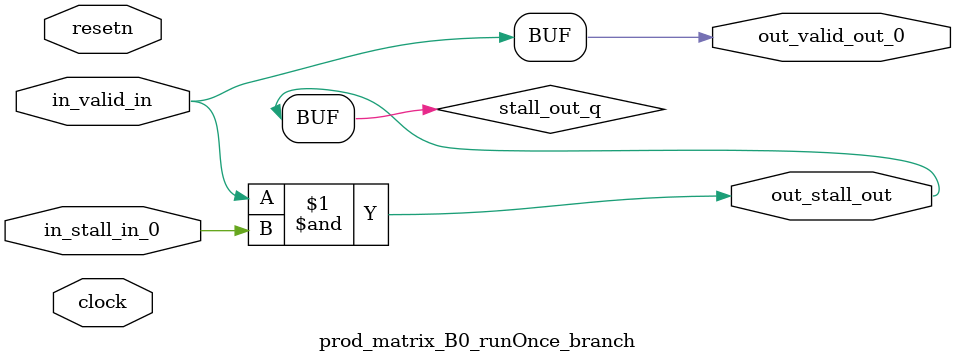
<source format=sv>



(* altera_attribute = "-name AUTO_SHIFT_REGISTER_RECOGNITION OFF; -name MESSAGE_DISABLE 10036; -name MESSAGE_DISABLE 10037; -name MESSAGE_DISABLE 14130; -name MESSAGE_DISABLE 14320; -name MESSAGE_DISABLE 15400; -name MESSAGE_DISABLE 14130; -name MESSAGE_DISABLE 10036; -name MESSAGE_DISABLE 12020; -name MESSAGE_DISABLE 12030; -name MESSAGE_DISABLE 12010; -name MESSAGE_DISABLE 12110; -name MESSAGE_DISABLE 14320; -name MESSAGE_DISABLE 13410; -name MESSAGE_DISABLE 113007; -name MESSAGE_DISABLE 10958" *)
module prod_matrix_B0_runOnce_branch (
    input wire [0:0] in_stall_in_0,
    input wire [0:0] in_valid_in,
    output wire [0:0] out_stall_out,
    output wire [0:0] out_valid_out_0,
    input wire clock,
    input wire resetn
    );

    wire [0:0] stall_out_q;


    // stall_out(LOGICAL,6)
    assign stall_out_q = in_valid_in & in_stall_in_0;

    // out_stall_out(GPOUT,4)
    assign out_stall_out = stall_out_q;

    // out_valid_out_0(GPOUT,5)
    assign out_valid_out_0 = in_valid_in;

endmodule

</source>
